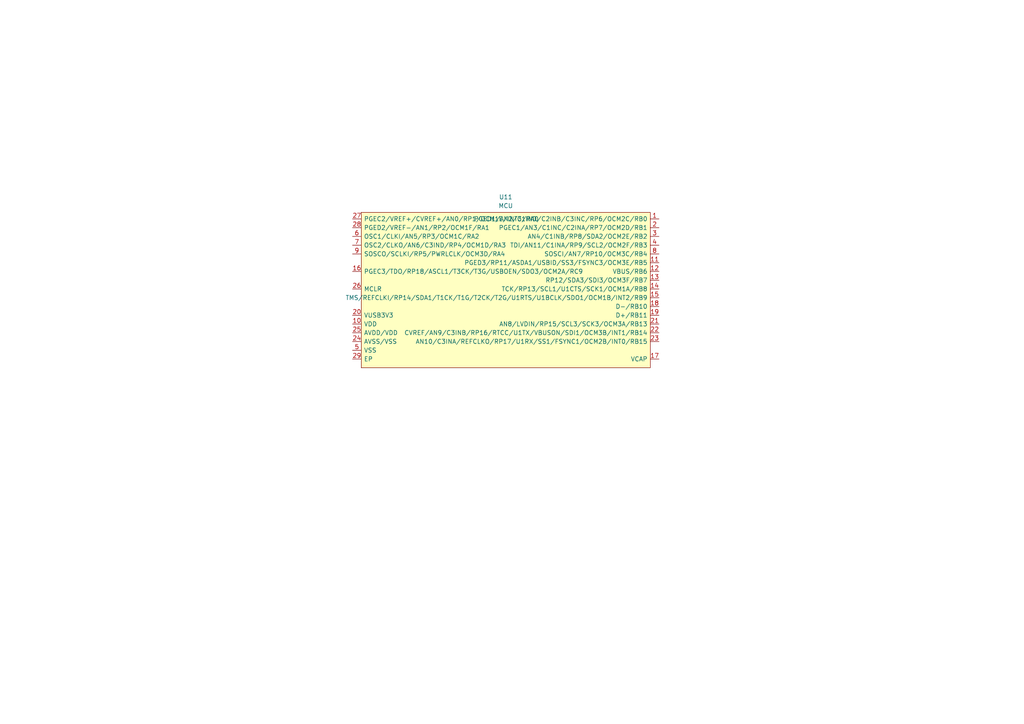
<source format=kicad_sch>
(kicad_sch (version 20231120) (generator "eeschema") (generator_version "8.0")
  (paper "A4")
  (title_block (title "PROGRAMMER & DEBUGGER") (date "2024-07-17") (rev "0.1") (company "TON DUC THANG UNIVERSITY") (comment 1 "Schematic Designed by ...") (comment 2 "PCB Designed by ...") (comment 3 "Approved by ..."))
  (lib_symbols
    (symbol "SAMPI:PIC32MM0256GPM028-I_M6" (pin_names (offset 0.762))
      (property "Reference" "U" (at 6.35 6.985 0))
      (property "Value" "MCU" (at 6.985 5.08 0))
      (symbol "PIC32MM0256GPM028-I_M6_0_0"
        (pin bidirectional line (at 91.44 1.905 180) (length 2.54) (name "PGED1/AN2/C1IND/C2INB/C3INC/RP6/OCM2C/RB0") (number "1"))
        (pin power_in line (at 2.54 -28.575 0) (length 2.54) (name "VDD") (number "10"))
        (pin bidirectional line (at 91.44 -10.795 180) (length 2.54) (name "PGED3/RP11/ASDA1/USBID/SS3/FSYNC3/OCM3E/RB5") (number "11"))
        (pin bidirectional line (at 91.44 -13.335 180) (length 2.54) (name "VBUS/RB6") (number "12"))
        (pin bidirectional line (at 91.44 -15.875 180) (length 2.54) (name "RP12/SDA3/SDI3/OCM3F/RB7") (number "13"))
        (pin bidirectional line (at 91.44 -18.415 180) (length 2.54) (name "TCK/RP13/SCL1/U1CTS/SCK1/OCM1A/RB8") (number "14"))
        (pin bidirectional line (at 91.44 -20.955 180) (length 2.54) (name "TMS/REFCLKI/RP14/SDA1/T1CK/T1G/T2CK/T2G/U1RTS/U1BCLK/SDO1/OCM1B/INT2/RB9") (number "15"))
        (pin bidirectional line (at 2.54 -13.335 0) (length 2.54) (name "PGEC3/TDO/RP18/ASCL1/T3CK/T3G/USBOEN/SDO3/OCM2A/RC9") (number "16"))
        (pin passive line (at 91.44 -38.735 180) (length 2.54) (name "VCAP") (number "17"))
        (pin bidirectional line (at 91.44 -23.495 180) (length 2.54) (name "D-/RB10") (number "18"))
        (pin bidirectional line (at 91.44 -26.035 180) (length 2.54) (name "D+/RB11") (number "19"))
        (pin bidirectional line (at 91.44 -0.635 180) (length 2.54) (name "PGEC1/AN3/C1INC/C2INA/RP7/OCM2D/RB1") (number "2"))
        (pin power_in line (at 2.54 -26.035 0) (length 2.54) (name "VUSB3V3") (number "20"))
        (pin bidirectional line (at 91.44 -28.575 180) (length 2.54) (name "AN8/LVDIN/RP15/SCL3/SCK3/OCM3A/RB13") (number "21"))
        (pin bidirectional line (at 91.44 -31.115 180) (length 2.54) (name "CVREF/AN9/C3INB/RP16/RTCC/U1TX/VBUSON/SDI1/OCM3B/INT1/RB14") (number "22"))
        (pin bidirectional line (at 91.44 -33.655 180) (length 2.54) (name "AN10/C3INA/REFCLKO/RP17/U1RX/SS1/FSYNC1/OCM2B/INT0/RB15") (number "23"))
        (pin passive line (at 2.54 -33.655 0) (length 2.54) (name "AVSS/VSS") (number "24"))
        (pin power_in line (at 2.54 -31.115 0) (length 2.54) (name "AVDD/VDD") (number "25"))
        (pin input line (at 2.54 -18.415 0) (length 2.54) (name "MCLR") (number "26"))
        (pin bidirectional line (at 2.54 1.905 0) (length 2.54) (name "PGEC2/VREF+/CVREF+/AN0/RP1/OCM1E/INT3/RA0") (number "27"))
        (pin bidirectional line (at 2.54 -0.635 0) (length 2.54) (name "PGED2/VREF-/AN1/RP2/OCM1F/RA1") (number "28"))
        (pin passive line (at 2.54 -38.735 0) (length 2.54) (name "EP") (number "29"))
        (pin bidirectional line (at 91.44 -3.175 180) (length 2.54) (name "AN4/C1INB/RP8/SDA2/OCM2E/RB2") (number "3"))
        (pin bidirectional line (at 91.44 -5.715 180) (length 2.54) (name "TDI/AN11/C1INA/RP9/SCL2/OCM2F/RB3") (number "4"))
        (pin passive line (at 2.54 -36.195 0) (length 2.54) (name "VSS") (number "5"))
        (pin bidirectional line (at 2.54 -3.175 0) (length 2.54) (name "OSC1/CLKI/AN5/RP3/OCM1C/RA2") (number "6"))
        (pin bidirectional line (at 2.54 -5.715 0) (length 2.54) (name "OSC2/CLKO/AN6/C3IND/RP4/OCM1D/RA3") (number "7"))
        (pin bidirectional line (at 91.44 -8.255 180) (length 2.54) (name "SOSCI/AN7/RP10/OCM3C/RB4") (number "8"))
        (pin bidirectional line (at 2.54 -8.255 0) (length 2.54) (name "SOSCO/SCLKI/RP5/PWRLCLK/OCM3D/RA4") (number "9"))
      )
      (symbol "PIC32MM0256GPM028-I_M6_0_1"
        (rectangle (start 5.08 3.81) (end 88.9 -41.275) (fill (type background)))
      )
      (symbol "PIC32MM0256GPM028-I_M6_1_0"
        (pin no_connect line (at 2.54 -22.225 0) (length 2.54) hide (name "NC") (number "0"))
      )
    )
  )
  (symbol (lib_id "SAMPI:PIC32MM0256GPM028-I_M6") (at 99.695 65.405 0) (unit 1)
    (property "Reference" "U11" (at 146.685 57.15 0))
    (property "Value" "MCU" (at 146.685 59.69 0))
    (property "Footprint" "SAMPI:UQFN28-4x4-EP" (effects (hide yes)))
    (property "Description" "IC MCU 32BIT 64KB FLASH 28UQFN 4x4x0.4PITCH" (effects (hide yes)))
    (property "MNP" "PIC32MM0064GPM028-E/M6" (effects (hide yes)))
    (property "MFT" "Microchip Technology" (effects (hide yes)))
  )
)
</source>
